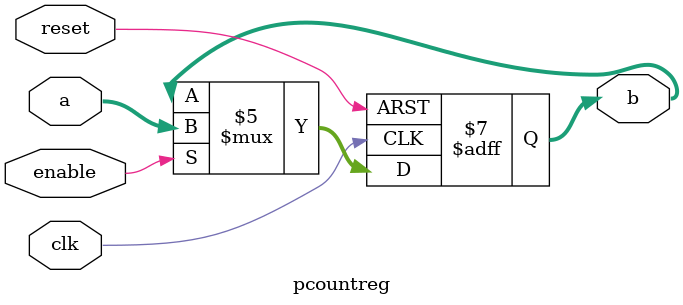
<source format=v>
module pcountreg (reset,clk,a,b,enable);
input [7:0] a;
input clk,enable,reset;
output [7:0] b;
reg [7:0] b;

initial begin
b=8'b00000000;
end


always @(posedge clk or posedge reset) begin
		if (reset==1)begin
		b<=8'b00000000;
		
		end
     else if (enable==1) begin
			b<=a;
		end
  end 


endmodule
</source>
